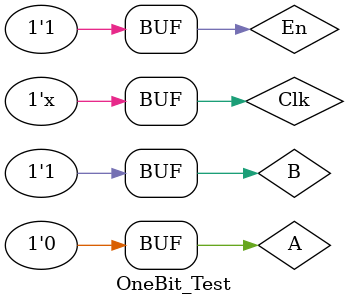
<source format=v>
`timescale 1ns / 1ps


module OneBit_Test;

	// Inputs
	reg A;
	reg B;
	reg Clk;
	reg En;

	// Outputs
	wire Sum;
	wire Overflow;

	// Instantiate the Unit Under Test (UUT)
	OneBitAdder uut (
		.A(A), 
		.B(B), 
		.Clk(Clk), 
		.En(En), 
		.Sum(Sum), 
		.Overflow(Overflow)
	);

	initial begin
		// Initialize Inputs
		A = 0;
		B = 1;
		Clk = 0;
		En = 1;
	end
	always begin
		#10 Clk<=~Clk;
	end
      
endmodule


</source>
